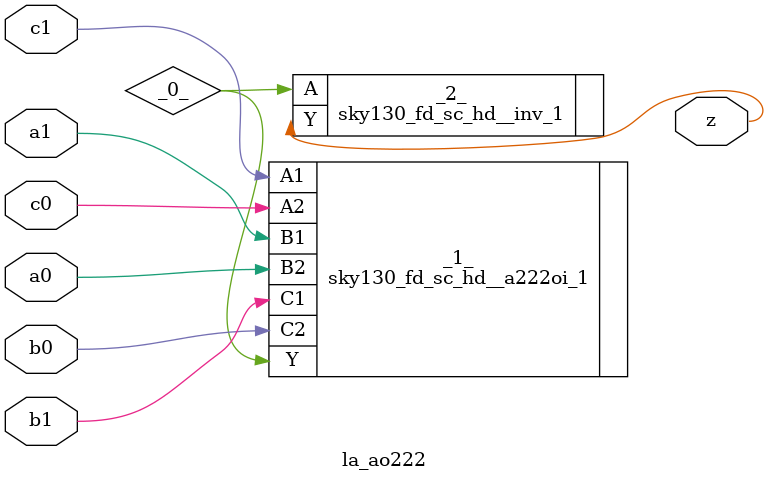
<source format=v>

/* Generated by Yosys 0.44 (git sha1 80ba43d26, g++ 11.4.0-1ubuntu1~22.04 -fPIC -O3) */

(* top =  1  *)
(* src = "inputs/la_ao222.v:10.1-24.10" *)
module la_ao222 (
    a0,
    a1,
    b0,
    b1,
    c0,
    c1,
    z
);
  wire _0_;
  (* src = "inputs/la_ao222.v:13.12-13.14" *)
  input a0;
  wire a0;
  (* src = "inputs/la_ao222.v:14.12-14.14" *)
  input a1;
  wire a1;
  (* src = "inputs/la_ao222.v:15.12-15.14" *)
  input b0;
  wire b0;
  (* src = "inputs/la_ao222.v:16.12-16.14" *)
  input b1;
  wire b1;
  (* src = "inputs/la_ao222.v:17.12-17.14" *)
  input c0;
  wire c0;
  (* src = "inputs/la_ao222.v:18.12-18.14" *)
  input c1;
  wire c1;
  (* src = "inputs/la_ao222.v:19.12-19.13" *)
  output z;
  wire z;
  sky130_fd_sc_hd__a222oi_1 _1_ (
      .A1(c1),
      .A2(c0),
      .B1(a1),
      .B2(a0),
      .C1(b1),
      .C2(b0),
      .Y (_0_)
  );
  sky130_fd_sc_hd__inv_1 _2_ (
      .A(_0_),
      .Y(z)
  );
endmodule

</source>
